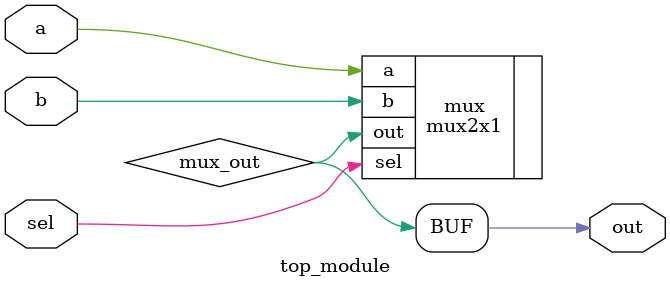
<source format=sv>
module top_module (
	input a,
	input b,
	input sel,
	output out
);

	// Define internal wires
	wire mux_out;

	// Instantiate multiplexer
	mux2x1 mux(.a(a), .b(b), .sel(sel), .out(mux_out));

	// Assign output
	assign out = mux_out;

endmodule

</source>
